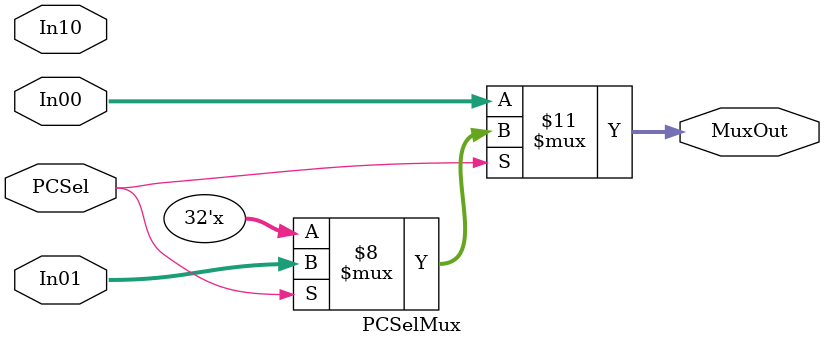
<source format=v>
`timescale 1ns / 1ps

module PCSelMux(
    input PCSel,
    input [31:0] In00,
    input [31:0] In01,
    input [31:0] In10,
    output reg [31:0] MuxOut
    );
    
    always@(PCSel or In00 or In01 or In10)begin
        if(PCSel == 2'b00)begin
            MuxOut <= In00;
        end
    
        else if(PCSel == 2'b01)begin
            MuxOut <= In01;
        end

        else if(PCSel == 2'b10)begin
            MuxOut <= In10;
        end
    end
    
endmodule

</source>
